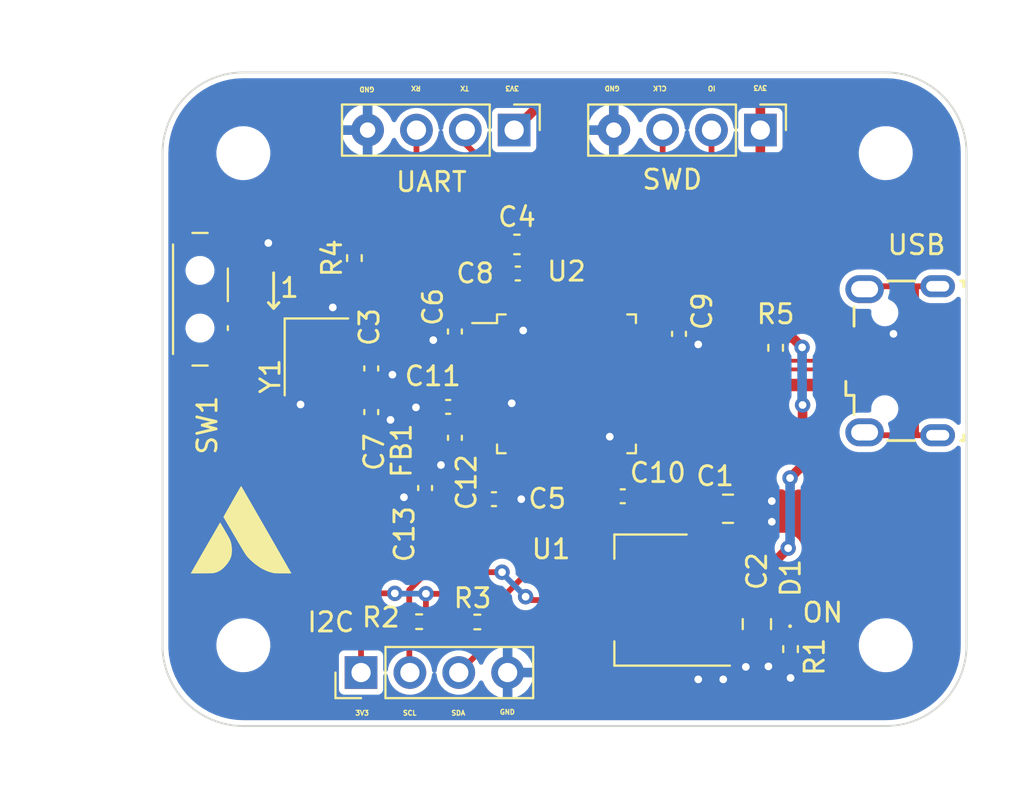
<source format=kicad_pcb>
(kicad_pcb (version 20211014) (generator pcbnew)
  (layers (0 "F.Cu" power) (31 "B.Cu" power) (34 "B.Paste" user) (35 "F.Paste" user) (36 "B.SilkS" user "B.Silkscreen") (37 "F.SilkS" user "F.Silkscreen") (38 "B.Mask" user) (39 "F.Mask" user) (44 "Edge.Cuts" user))
  (net 0 "")
  (net 1 "VBUS")
  (net 2 "GND")
  (net 3 "+3.3V")
  (net 4 "/HSE_IN")
  (net 5 "/NRST")
  (net 6 "/HSE_OUT")
  (net 7 "+3.3VA")
  (net 8 "/PWR_LED_K")
  (net 9 "/USART1_TX")
  (net 10 "/USART1_RX")
  (net 11 "/I2C2_SCL")
  (net 12 "/I2C2_SDA")
  (net 13 "/SWDIO")
  (net 14 "/SWCLK")
  (net 15 "/USB_D-")
  (net 16 "/USB_D+")
  (net 18 "unconnected-(J4-Pad6)")
  (net 19 "Net-(R4-Pad1)")
  (net 20 "/BOOT0")
  (net 48 "/Ferrite_cap")
  (footprint "Resistor_SMD:R_0402_1005Metric" (layer "F.Cu") (at 94.89 94.975 180)
    (fp_text reference "R2" (at 1.99 0.225) (layer "F.SilkS"))
    (fp_text value "1k5")
    (pad "1" smd roundrect (at -0.51 0 180) (size 0.54 0.64) (layers "F.Cu" "F.Paste" "F.Mask") (net 3 "+3.3V"))
    (pad "2" smd roundrect (at 0.51 0 180) (size 0.54 0.64) (layers "F.Cu" "F.Paste" "F.Mask") (net 11 "/I2C2_SCL"))
  )
  (footprint "Crystal:Crystal_SMD_3225-4Pin_3.2x2.5mm" (layer "F.Cu") (at 89.55 81.2 -90)
    (fp_text reference "Y1" (at 1 2.4 90) (layer "F.SilkS"))
    (fp_text value "16MHz")
    (pad "1" smd rect (at -1.1 0.85 270) (size 1.4 1.2) (layers "F.Cu" "F.Paste" "F.Mask") (net 4 "/HSE_IN"))
    (pad "2" smd rect (at 1.1 0.85 270) (size 1.4 1.2) (layers "F.Cu" "F.Paste" "F.Mask") (net 2 "GND"))
    (pad "3" smd rect (at 1.1 -0.85 270) (size 1.4 1.2) (layers "F.Cu" "F.Paste" "F.Mask") (net 6 "/HSE_OUT"))
    (pad "4" smd rect (at -1.1 -0.85 270) (size 1.4 1.2) (layers "F.Cu" "F.Paste" "F.Mask") (net 2 "GND"))
  )
  (footprint "Capacitor_SMD:C_0402_1005Metric" (layer "F.Cu") (at 96.75 85.41 -90)
    (fp_text reference "C12" (at 2.315 -0.6 90) (layer "F.SilkS"))
    (fp_text value "1u")
    (pad "1" smd roundrect (at -0.48 0 270) (size 0.56 0.62) (layers "F.Cu" "F.Paste" "F.Mask") (net 7 "+3.3VA"))
    (pad "2" smd roundrect (at 0.48 0 270) (size 0.56 0.62) (layers "F.Cu" "F.Paste" "F.Mask") (net 2 "GND"))
  )
  (footprint "Connector_PinHeader_2.54mm:PinHeader_1x04_P2.54mm_Vertical" (layer "F.Cu") (at 112.63 69.4 -90)
    (fp_text reference "J3")
    (fp_text value "Conn_01x04_Male")
    (pad "1" thru_hole rect (at 0 0 270) (size 1.7 1.7) (drill 1) (layers *.Cu *.Mask) (net 3 "+3.3V"))
    (pad "2" thru_hole oval (at 0 2.54 270) (size 1.7 1.7) (drill 1) (layers *.Cu *.Mask) (net 13 "/SWDIO"))
    (pad "3" thru_hole oval (at 0 5.08 270) (size 1.7 1.7) (drill 1) (layers *.Cu *.Mask) (net 14 "/SWCLK"))
    (pad "4" thru_hole oval (at 0 7.62 270) (size 1.7 1.7) (drill 0.8) (layers *.Cu *.Mask) (net 2 "GND"))
  )
  (footprint "Capacitor_SMD:C_0402_1005Metric" (layer "F.Cu") (at 95.2 88.02 -90)
    (fp_text reference "C13" (at 2.405 1.075 90) (layer "F.SilkS"))
    (fp_text value "1u")
    (pad "1" smd roundrect (at -0.48 0 270) (size 0.56 0.62) (layers "F.Cu" "F.Paste" "F.Mask") (net 48 "/Ferrite_cap"))
    (pad "2" smd roundrect (at 0.48 0 270) (size 0.56 0.62) (layers "F.Cu" "F.Paste" "F.Mask") (net 2 "GND"))
  )
  (footprint "Capacitor_SMD:C_0402_1005Metric" (layer "F.Cu") (at 96.75 79.88 -90)
    (fp_text reference "C6" (at -1.28 1.15 -90) (layer "F.SilkS"))
    (fp_text value "100n")
    (pad "1" smd roundrect (at -0.48 0 270) (size 0.56 0.62) (layers "F.Cu" "F.Paste" "F.Mask") (net 3 "+3.3V"))
    (pad "2" smd roundrect (at 0.48 0 270) (size 0.56 0.62) (layers "F.Cu" "F.Paste" "F.Mask") (net 2 "GND"))
  )
  (footprint "Capacitor_SMD:C_0402_1005Metric" (layer "F.Cu") (at 98.78 88.6)
    (fp_text reference "C5" (at 2.77 -0.025) (layer "F.SilkS"))
    (fp_text value "100n")
    (pad "1" smd roundrect (at -0.48 0) (size 0.56 0.62) (layers "F.Cu" "F.Paste" "F.Mask") (net 5 "/NRST"))
    (pad "2" smd roundrect (at 0.48 0) (size 0.56 0.62) (layers "F.Cu" "F.Paste" "F.Mask") (net 2 "GND"))
  )
  (footprint "Resistor_SMD:R_0402_1005Metric" (layer "F.Cu") (at 113.425 80.725 -90)
    (fp_text reference "R5" (at -1.75 0 180) (layer "F.SilkS"))
    (fp_text value "1k5")
    (pad "1" smd roundrect (at -0.51 0 270) (size 0.54 0.64) (layers "F.Cu" "F.Paste" "F.Mask") (net 3 "+3.3V"))
    (pad "2" smd roundrect (at 0.51 0 270) (size 0.54 0.64) (layers "F.Cu" "F.Paste" "F.Mask") (net 16 "/USB_D+"))
  )
  (footprint "LOGO" (layer "F.Cu") (at 86 91.6)
    (fp_text reference "G***")
    (fp_text value "LOGO" hide)
  )
  (footprint "Resistor_SMD:R_0402_1005Metric" (layer "F.Cu") (at 97.915 94.99)
    (fp_text reference "R3" (at -0.25 -1.24) (layer "F.SilkS"))
    (fp_text value "1k5")
    (pad "1" smd roundrect (at -0.51 0) (size 0.54 0.64) (layers "F.Cu" "F.Paste" "F.Mask") (net 3 "+3.3V"))
    (pad "2" smd roundrect (at 0.51 0) (size 0.54 0.64) (layers "F.Cu" "F.Paste" "F.Mask") (net 12 "/I2C2_SDA"))
  )
  (footprint "MountingHole:MountingHole_2.2mm_M2" (layer "F.Cu") (at 85.75 70.6)
    (fp_text reference "H1")
    (fp_text value "MountingHole")
    (pad "" np_thru_hole circle (at 0 0) (size 2.2 2.2) (drill 2.2) (layers *.Cu *.Mask))
  )
  (footprint "MountingHole:MountingHole_2.2mm_M2" (layer "F.Cu") (at 85.75 96.2)
    (fp_text reference "H3")
    (fp_text value "MountingHole")
    (pad "" np_thru_hole circle (at 0 0) (size 2.2 2.2) (drill 2.2) (layers *.Cu *.Mask))
  )
  (footprint "Capacitor_SMD:C_0603_1608Metric" (layer "F.Cu") (at 99.975 75.35)
    (fp_text reference "C4" (at 0 -1.43) (layer "F.SilkS"))
    (fp_text value "10u")
    (pad "1" smd roundrect (at -0.775 0) (size 0.9 0.95) (layers "F.Cu" "F.Paste" "F.Mask") (net 3 "+3.3V"))
    (pad "2" smd roundrect (at 0.775 0) (size 0.9 0.95) (layers "F.Cu" "F.Paste" "F.Mask") (net 2 "GND"))
  )
  (footprint "Resistor_SMD:R_0402_1005Metric" (layer "F.Cu") (at 91.525 76.06 90)
    (fp_text reference "R4" (at 0 -1.17 90) (layer "F.SilkS"))
    (fp_text value "10k")
    (pad "1" smd roundrect (at -0.51 0 90) (size 0.54 0.64) (layers "F.Cu" "F.Paste" "F.Mask") (net 19 "Net-(R4-Pad1)"))
    (pad "2" smd roundrect (at 0.51 0 90) (size 0.54 0.64) (layers "F.Cu" "F.Paste" "F.Mask") (net 20 "/BOOT0"))
  )
  (footprint "Capacitor_SMD:C_0402_1005Metric" (layer "F.Cu") (at 105.475 88.45 180)
    (fp_text reference "C10" (at -1.825 1.225) (layer "F.SilkS"))
    (fp_text value "100n")
    (pad "1" smd roundrect (at -0.48 0 180) (size 0.56 0.62) (layers "F.Cu" "F.Paste" "F.Mask") (net 3 "+3.3V"))
    (pad "2" smd roundrect (at 0.48 0 180) (size 0.56 0.62) (layers "F.Cu" "F.Paste" "F.Mask") (net 2 "GND"))
  )
  (footprint "Capacitor_SMD:C_0402_1005Metric" (layer "F.Cu") (at 92.4 84.07 -90)
    (fp_text reference "C7" (at 2.08 -0.15 90) (layer "F.SilkS"))
    (fp_text value "10p")
    (pad "1" smd roundrect (at -0.48 0 270) (size 0.56 0.62) (layers "F.Cu" "F.Paste" "F.Mask") (net 6 "/HSE_OUT"))
    (pad "2" smd roundrect (at 0.48 0 270) (size 0.56 0.62) (layers "F.Cu" "F.Paste" "F.Mask") (net 2 "GND"))
  )
  (footprint "Capacitor_SMD:C_0805_2012Metric" (layer "F.Cu") (at 112.45 95.1 -90)
    (fp_text reference "C2" (at -2.75 0 90) (layer "F.SilkS"))
    (fp_text value "22u")
    (pad "1" smd roundrect (at -0.95 0 270) (size 1 1.45) (layers "F.Cu" "F.Paste" "F.Mask") (net 3 "+3.3V"))
    (pad "2" smd roundrect (at 0.95 0 270) (size 1 1.45) (layers "F.Cu" "F.Paste" "F.Mask") (net 2 "GND"))
  )
  (footprint "LED_SMD:LED_0201_0603Metric" (layer "F.Cu") (at 114.175 94.35 90)
    (fp_text reference "D1" (at 1.65 0.025 90) (layer "F.SilkS"))
    (fp_text value "RED")
    (pad "1" smd roundrect (at -0.32 0 90) (size 0.46 0.4) (layers "F.Cu" "F.Mask") (net 8 "/PWR_LED_K"))
    (pad "2" smd roundrect (at 0.35 0 90) (size 0.46 0.4) (layers "F.Cu" "F.Mask") (net 3 "+3.3V"))
  )
  (footprint "Resistor_SMD:R_0402_1005Metric" (layer "F.Cu") (at 114.2 96.4 -90)
    (fp_text reference "R1" (at 0.4 -1.25 90) (layer "F.SilkS"))
    (fp_text value "1k5")
    (pad "1" smd roundrect (at -0.51 0 270) (size 0.54 0.64) (layers "F.Cu" "F.Paste" "F.Mask") (net 8 "/PWR_LED_K"))
    (pad "2" smd roundrect (at 0.51 0 270) (size 0.54 0.64) (layers "F.Cu" "F.Paste" "F.Mask") (net 2 "GND"))
  )
  (footprint "Capacitor_SMD:C_0402_1005Metric" (layer "F.Cu") (at 100.02 76.86)
    (fp_text reference "C8" (at -2.22 -0.01) (layer "F.SilkS"))
    (fp_text value "100n")
    (pad "1" smd roundrect (at -0.48 0) (size 0.56 0.62) (layers "F.Cu" "F.Paste" "F.Mask") (net 3 "+3.3V"))
    (pad "2" smd roundrect (at 0.48 0) (size 0.56 0.62) (layers "F.Cu" "F.Paste" "F.Mask") (net 2 "GND"))
  )
  (footprint "Capacitor_SMD:C_0402_1005Metric" (layer "F.Cu") (at 96.4 83.8 180)
    (fp_text reference "C11" (at 0.8 1.6) (layer "F.SilkS"))
    (fp_text value "10n")
    (pad "1" smd roundrect (at -0.48 0 180) (size 0.56 0.62) (layers "F.Cu" "F.Paste" "F.Mask") (net 7 "+3.3VA"))
    (pad "2" smd roundrect (at 0.48 0 180) (size 0.56 0.62) (layers "F.Cu" "F.Paste" "F.Mask") (net 2 "GND"))
  )
  (footprint "Button_Switch_SMD:SW_SPDT_PCM12" (layer "F.Cu") (at 83.825 78.2 -90)
    (fp_text reference "SW1" (at 6.55 -0.05 90) (layer "F.SilkS"))
    (fp_text value "SW_SPDT")
    (pad "" smd rect (at -3.65 -0.78 270) (size 1 0.8) (layers "F.Cu" "F.Paste" "F.Mask"))
    (pad "" np_thru_hole circle (at -1.5 0.33 270) (size 0.9 0.9) (drill 0.9) (layers *.Cu *.Mask))
    (pad "" smd rect (at -3.65 1.43 270) (size 1 0.8) (layers "F.Cu" "F.Paste" "F.Mask"))
    (pad "" np_thru_hole circle (at 1.5 0.33 270) (size 0.9 0.9) (drill 0.9) (layers *.Cu *.Mask))
    (pad "" smd rect (at 3.65 1.43 270) (size 1 0.8) (layers "F.Cu" "F.Paste" "F.Mask"))
    (pad "" smd rect (at 3.65 -0.78 270) (size 1 0.8) (layers "F.Cu" "F.Paste" "F.Mask"))
    (pad "1" smd rect (at -2.25 -1.43 270) (size 0.7 1.5) (layers "F.Cu" "F.Paste" "F.Mask") (net 2 "GND"))
    (pad "2" smd rect (at 0.75 -1.43 270) (size 0.7 1.5) (layers "F.Cu" "F.Paste" "F.Mask") (net 19 "Net-(R4-Pad1)"))
    (pad "3" smd rect (at 2.25 -1.43 270) (size 0.7 1.5) (layers "F.Cu" "F.Paste" "F.Mask") (net 3 "+3.3V"))
  )
  (footprint "Connector_USB:USB_Micro-B_Wuerth_629105150521" (layer "F.Cu") (at 119.9 81.4 90)
    (fp_text reference "J4")
    (fp_text value "USB_B_Micro")
    (pad "" np_thru_hole oval (at -2.5 -0.8 90) (size 0.8 0.8) (drill 0.8) (layers *.Cu *.Mask))
    (pad "" np_thru_hole oval (at 2.5 -0.8 90) (size 0.8 0.8) (drill 0.8) (layers *.Cu *.Mask))
    (pad "1" smd rect (at -1.3 -1.9 90) (size 0.45 1.3) (layers "F.Cu" "F.Paste" "F.Mask") (net 1 "VBUS"))
    (pad "2" smd rect (at -0.65 -1.9 90) (size 0.45 1.3) (layers "F.Cu" "F.Paste" "F.Mask") (net 15 "/USB_D-"))
    (pad "3" smd rect (at 0 -1.9 90) (size 0.45 1.3) (layers "F.Cu" "F.Paste" "F.Mask") (net 16 "/USB_D+"))
    (pad "4" smd rect (at 0.65 -1.9 90) (size 0.45 1.3) (layers "F.Cu" "F.Paste" "F.Mask"))
    (pad "5" smd rect (at 1.3 -1.9 90) (size 0.45 1.3) (layers "F.Cu" "F.Paste" "F.Mask") (net 2 "GND"))
    (pad "6" thru_hole oval (at -3.875 1.95 90) (size 1.15 1.8) (drill oval 0.55 1.2) (layers *.Cu *.Mask) (net 18 "unconnected-(J4-Pad6)"))
    (pad "6" thru_hole oval (at 3.725 -1.85 90) (size 1.45 2) (drill oval 0.85 1.4) (layers *.Cu *.Mask) (net 18 "unconnected-(J4-Pad6)"))
    (pad "6" thru_hole oval (at 3.875 1.95 90) (size 1.15 1.8) (drill oval 0.55 1.2) (layers *.Cu *.Mask) (net 18 "unconnected-(J4-Pad6)"))
    (pad "6" thru_hole oval (at -3.725 -1.85 90) (size 1.45 2) (drill oval 0.85 1.4) (layers *.Cu *.Mask) (net 18 "unconnected-(J4-Pad6)"))
  )
  (footprint "Capacitor_SMD:C_0402_1005Metric" (layer "F.Cu") (at 108.4 80 -90)
    (fp_text reference "C9" (at -1.175 -1.2 90) (layer "F.SilkS"))
    (fp_text value "100n")
    (pad "1" smd roundrect (at -0.48 0 270) (size 0.56 0.62) (layers "F.Cu" "F.Paste" "F.Mask") (net 3 "+3.3V"))
    (pad "2" smd roundrect (at 0.48 0 270) (size 0.56 0.62) (layers "F.Cu" "F.Paste" "F.Mask") (net 2 "GND"))
  )
  (footprint "Connector_PinHeader_2.54mm:PinHeader_1x04_P2.54mm_Vertical" (layer "F.Cu") (at 99.83 69.4 -90)
    (fp_text reference "J1")
    (fp_text value "Conn_01x04_Male")
    (pad "1" thru_hole rect (at 0 0 270) (size 1.7 1.7) (drill 1) (layers *.Cu *.Mask) (net 3 "+3.3V"))
    (pad "2" thru_hole oval (at 0 2.54 270) (size 1.7 1.7) (drill 1) (layers *.Cu *.Mask) (net 9 "/USART1_TX"))
    (pad "3" thru_hole oval (at 0 5.08 270) (size 1.7 1.7) (drill 1) (layers *.Cu *.Mask) (net 10 "/USART1_RX"))
    (pad "4" thru_hole oval (at 0 7.62 270) (size 1.7 1.7) (drill 0.8) (layers *.Cu *.Mask) (net 2 "GND"))
  )
  (footprint "MountingHole:MountingHole_2.2mm_M2" (layer "F.Cu") (at 119.15 70.6)
    (fp_text reference "H2")
    (fp_text value "MountingHole")
    (pad "" np_thru_hole circle (at 0 0) (size 2.2 2.2) (drill 2.2) (layers *.Cu *.Mask))
  )
  (footprint "Connector_PinHeader_2.54mm:PinHeader_1x04_P2.54mm_Vertical" (layer "F.Cu") (at 91.87 97.62 90)
    (fp_text reference "J2")
    (fp_text value "Conn_01x04_Male")
    (pad "1" thru_hole rect (at 0 0 90) (size 1.7 1.7) (drill 1) (layers *.Cu *.Mask) (net 3 "+3.3V"))
    (pad "2" thru_hole oval (at 0 2.54 90) (size 1.7 1.7) (drill 1) (layers *.Cu *.Mask) (net 11 "/I2C2_SCL"))
    (pad "3" thru_hole oval (at 0 5.08 90) (size 1.7 1.7) (drill 1) (layers *.Cu *.Mask) (net 12 "/I2C2_SDA"))
    (pad "4" thru_hole oval (at 0 7.62 90) (size 1.7 1.7) (drill 1) (layers *.Cu *.Mask) (net 2 "GND"))
  )
  (footprint "Capacitor_SMD:C_0805_2012Metric" (layer "F.Cu") (at 110.95 89.1)
    (fp_text reference "C1" (at -0.675 -1.7) (layer "F.SilkS"))
    (fp_text value "22u")
    (pad "1" smd roundrect (at -0.95 0) (size 1 1.45) (layers "F.Cu" "F.Paste" "F.Mask") (net 1 "VBUS"))
    (pad "2" smd roundrect (at 0.95 0) (size 1 1.45) (layers "F.Cu" "F.Paste" "F.Mask") (net 2 "GND"))
  )
  (footprint "Package_TO_SOT_SMD:SOT-223-3_TabPin2" (layer "F.Cu") (at 106.95 93.85 180)
    (fp_text reference "U1" (at 5.2 2.65) (layer "F.SilkS"))
    (fp_text value "AMS1117-3.3")
    (pad "1" smd rect (at -3.15 -2.3 180) (size 2 1.5) (layers "F.Cu" "F.Paste" "F.Mask") (net 2 "GND"))
    (pad "2" smd rect (at 3.15 0 180) (size 2 3.8) (layers "F.Cu" "F.Paste" "F.Mask") (net 3 "+3.3V"))
    (pad "2" smd rect (at -3.15 0 180) (size 2 1.5) (layers "F.Cu" "F.Paste" "F.Mask") (net 3 "+3.3V"))
    (pad "3" smd rect (at -3.15 2.3 180) (size 2 1.5) (layers "F.Cu" "F.Paste" "F.Mask") (net 1 "VBUS"))
  )
  (footprint "MountingHole:MountingHole_2.2mm_M2" (layer "F.Cu") (at 119.15 96.2)
    (fp_text reference "H4")
    (fp_text value "MountingHole")
    (pad "" np_thru_hole circle (at 0 0) (size 2.2 2.2) (drill 2.2) (layers *.Cu *.Mask))
  )
  (footprint "Capacitor_SMD:C_0402_1005Metric" (layer "F.Cu") (at 92.4 81.8 -90)
    (fp_text reference "C3" (at -2.15 0.1 90) (layer "F.SilkS"))
    (fp_text value "10p")
    (pad "1" smd roundrect (at -0.48 0 270) (size 0.56 0.62) (layers "F.Cu" "F.Paste" "F.Mask") (net 4 "/HSE_IN"))
    (pad "2" smd roundrect (at 0.48 0 270) (size 0.56 0.62) (layers "F.Cu" "F.Paste" "F.Mask") (net 2 "GND"))
  )
  (footprint "Inductor_SMD:L_0201_0603Metric" (layer "F.Cu") (at 95.2 86 -90)
    (fp_text reference "FB1" (at 0.075 1.225 90) (layer "F.SilkS"))
    (fp_text value "120R")
    (pad "1" smd roundrect (at -0.35 0 270) (size 0.46 0.4) (layers "F.Cu" "F.Mask") (net 7 "+3.3VA"))
    (pad "2" smd roundrect (at 0.32 0 270) (size 0.46 0.4) (layers "F.Cu" "F.Mask") (net 48 "/Ferrite_cap"))
  )
  (footprint "Package_QFP:LQFP-48_7x7mm_P0.5mm" (layer "F.Cu") (at 102.55 82.6)
    (fp_text reference "U2" (at 0 -5.85) (layer "F.SilkS"))
    (fp_text value "STM32F103C8T6")
    (pad "1" smd roundrect (at -4.1625 -2.75) (size 1.475 0.3) (layers "F.Cu" "F.Paste" "F.Mask") (net 3 "+3.3V"))
    (pad "2" smd roundrect (at -4.1625 -2.25) (size 1.475 0.3) (layers "F.Cu" "F.Paste" "F.Mask"))
    (pad "3" smd roundrect (at -4.1625 -1.75) (size 1.475 0.3) (layers "F.Cu" "F.Paste" "F.Mask"))
    (pad "4" smd roundrect (at -4.1625 -1.25) (size 1.475 0.3) (layers "F.Cu" "F.Paste" "F.Mask"))
    (pad "5" smd roundrect (at -4.1625 -0.75) (size 1.475 0.3) (layers "F.Cu" "F.Paste" "F.Mask") (net 4 "/HSE_IN"))
    (pad "6" smd roundrect (at -4.1625 -0.25) (size 1.475 0.3) (layers "F.Cu" "F.Paste" "F.Mask") (net 6 "/HSE_OUT"))
    (pad "7" smd roundrect (at -4.1625 0.25) (size 1.475 0.3) (layers "F.Cu" "F.Paste" "F.Mask") (net 5 "/NRST"))
    (pad "8" smd roundrect (at -4.1625 0.75) (size 1.475 0.3) (layers "F.Cu" "F.Paste" "F.Mask") (net 2 "GND"))
    (pad "9" smd roundrect (at -4.1625 1.25) (size 1.475 0.3) (layers "F.Cu" "F.Paste" "F.Mask") (net 7 "+3.3VA"))
    (pad "10" smd roundrect (at -4.1625 1.75) (size 1.475 0.3) (layers "F.Cu" "F.Paste" "F.Mask"))
    (pad "11" smd roundrect (at -4.1625 2.25) (size 1.475 0.3) (layers "F.Cu" "F.Paste" "F.Mask"))
    (pad "12" smd roundrect (at -4.1625 2.75) (size 1.475 0.3) (layers "F.Cu" "F.Paste" "F.Mask"))
    (pad "13" smd roundrect (at -2.75 4.1625) (size 0.3 1.475) (layers "F.Cu" "F.Paste" "F.Mask"))
    (pad "14" smd roundrect (at -2.25 4.1625) (size 0.3 1.475) (layers "F.Cu" "F.Paste" "F.Mask"))
    (pad "15" smd roundrect (at -1.75 4.1625) (size 0.3 1.475) (layers "F.Cu" "F.Paste" "F.Mask"))
    (pad "16" smd roundrect (at -1.25 4.1625) (size 0.3 1.475) (layers "F.Cu" "F.Paste" "F.Mask"))
    (pad "17" smd roundrect (at -0.75 4.1625) (size 0.3 1.475) (layers "F.Cu" "F.Paste" "F.Mask"))
    (pad "18" smd roundrect (at -0.25 4.1625) (size 0.3 1.475) (layers "F.Cu" "F.Paste" "F.Mask"))
    (pad "19" smd roundrect (at 0.25 4.1625) (size 0.3 1.475) (layers "F.Cu" "F.Paste" "F.Mask"))
    (pad "20" smd roundrect (at 0.75 4.1625) (size 0.3 1.475) (layers "F.Cu" "F.Paste" "F.Mask"))
    (pad "21" smd roundrect (at 1.25 4.1625) (size 0.3 1.475) (layers "F.Cu" "F.Paste" "F.Mask") (net 11 "/I2C2_SCL"))
    (pad "22" smd roundrect (at 1.75 4.1625) (size 0.3 1.475) (layers "F.Cu" "F.Paste" "F.Mask") (net 12 "/I2C2_SDA"))
    (pad "23" smd roundrect (at 2.25 4.1625) (size 0.3 1.475) (layers "F.Cu" "F.Paste" "F.Mask") (net 2 "GND"))
    (pad "24" smd roundrect (at 2.75 4.1625) (size 0.3 1.475) (layers "F.Cu" "F.Paste" "F.Mask") (net 3 "+3.3V"))
    (pad "25" smd roundrect (at 4.1625 2.75) (size 1.475 0.3) (layers "F.Cu" "F.Paste" "F.Mask"))
    (pad "26" smd roundrect (at 4.1625 2.25) (size 1.475 0.3) (layers "F.Cu" "F.Paste" "F.Mask"))
    (pad "27" smd roundrect (at 4.1625 1.75) (size 1.475 0.3) (layers "F.Cu" "F.Paste" "F.Mask"))
    (pad "28" smd roundrect (at 4.1625 1.25) (size 1.475 0.3) (layers "F.Cu" "F.Paste" "F.Mask"))
    (pad "29" smd roundrect (at 4.1625 0.75) (size 1.475 0.3) (layers "F.Cu" "F.Paste" "F.Mask"))
    (pad "30" smd roundrect (at 4.1625 0.25) (size 1.475 0.3) (layers "F.Cu" "F.Paste" "F.Mask"))
    (pad "31" smd roundrect (at 4.1625 -0.25) (size 1.475 0.3) (layers "F.Cu" "F.Paste" "F.Mask"))
    (pad "32" smd roundrect (at 4.1625 -0.75) (size 1.475 0.3) (layers "F.Cu" "F.Paste" "F.Mask") (net 15 "/USB_D-"))
    (pad "33" smd roundrect (at 4.1625 -1.25) (size 1.475 0.3) (layers "F.Cu" "F.Paste" "F.Mask") (net 16 "/USB_D+"))
    (pad "34" smd roundrect (at 4.1625 -1.75) (size 1.475 0.3) (layers "F.Cu" "F.Paste" "F.Mask") (net 13 "/SWDIO"))
    (pad "35" smd roundrect (at 4.1625 -2.25) (size 1.475 0.3) (layers "F.Cu" "F.Paste" "F.Mask") (net 2 "GND"))
    (pad "36" smd roundrect (at 4.1625 -2.75) (size 1.475 0.3) (layers "F.Cu" "F.Paste" "F.Mask") (net 3 "+3.3V"))
    (pad "37" smd roundrect (at 2.75 -4.1625) (size 0.3 1.475) (layers "F.Cu" "F.Paste" "F.Mask") (net 14 "/SWCLK"))
    (pad "38" smd roundrect (at 2.25 -4.1625) (size 0.3 1.475) (layers "F.Cu" "F.Paste" "F.Mask"))
    (pad "39" smd roundrect (at 1.75 -4.1625) (size 0.3 1.475) (layers "F.Cu" "F.Paste" "F.Mask"))
    (pad "40" smd roundrect (at 1.25 -4.1625) (size 0.3 1.475) (layers "F.Cu" "F.Paste" "F.Mask"))
    (pad "41" smd roundrect (at 0.75 -4.1625) (size 0.3 1.475) (layers "F.Cu" "F.Paste" "F.Mask"))
    (pad "42" smd roundrect (at 0.25 -4.1625) (size 0.3 1.475) (layers "F.Cu" "F.Paste" "F.Mask") (net 9 "/USART1_TX"))
    (pad "43" smd roundrect (at -0.25 -4.1625) (size 0.3 1.475) (layers "F.Cu" "F.Paste" "F.Mask") (net 10 "/USART1_RX"))
    (pad "44" smd roundrect (at -0.75 -4.1625) (size 0.3 1.475) (layers "F.Cu" "F.Paste" "F.Mask") (net 20 "/BOOT0"))
    (pad "45" smd roundrect (at -1.25 -4.1625) (size 0.3 1.475) (layers "F.Cu" "F.Paste" "F.Mask"))
    (pad "46" smd roundrect (at -1.75 -4.1625) (size 0.3 1.475) (layers "F.Cu" "F.Paste" "F.Mask"))
    (pad "47" smd roundrect (at -2.25 -4.1625) (size 0.3 1.475) (layers "F.Cu" "F.Paste" "F.Mask") (net 2 "GND"))
    (pad "48" smd roundrect (at -2.75 -4.1625) (size 0.3 1.475) (layers "F.Cu" "F.Paste" "F.Mask") (net 3 "+3.3V"))
  )
  (gr_line (start 87.325 76.825) (end 87.325 78.675) (layer "F.SilkS") (width 0.15))
  (gr_line (start 87.325 78.675) (end 87.6 78.375) (layer "F.SilkS") (width 0.15))
  (gr_line (start 87.325 78.675) (end 87.05 78.375) (layer "F.SilkS") (width 0.15))
  (gr_line (start 85.75 66.4) (end 119.15 66.4) (layer "Edge.Cuts") (width 0.1))
  (gr_arc (start 81.55 70.6) (mid 82.780152 67.630152) (end 85.75 66.4) (layer "Edge.Cuts") (width 0.1))
  (gr_line (start 85.745246 100.400226) (end 119.15 100.4) (layer "Edge.Cuts") (width 0.1))
  (gr_arc (start 119.15 66.4) (mid 122.119848 67.630152) (end 123.35 70.6) (layer "Edge.Cuts") (width 0.1))
  (gr_arc (start 123.35 96.2) (mid 122.119848 99.169848) (end 119.15 100.4) (layer "Edge.Cuts") (width 0.1))
  (gr_line (start 81.55 96.4) (end 81.55 70.6) (layer "Edge.Cuts") (width 0.1))
  (gr_arc (start 85.745246 100.400226) (mid 82.846889 99.239885) (end 81.55 96.4) (layer "Edge.Cuts") (width 0.1))
  (gr_line (start 123.35 70.6) (end 123.35 96.2) (layer "Edge.Cuts") (width 0.1))
  (gr_text "ON" (at 115.875 94.5) (layer "F.SilkS") (effects (font (size 1 1))))
  (gr_text "USB" (at 120.75 75.375) (layer "F.SilkS") (effects (font (size 1 1))))
  (gr_text "1" (at 88.15 77.6) (layer "F.SilkS") (effects (font (size 1 1))))
  (gr_text "RX\n" (at 94.725 67.225 180) (layer "F.SilkS") (effects (font (size 0.25 0.25) (thickness 0.0625))))
  (gr_text "GND\n" (at 92.175 67.275 180) (layer "F.SilkS") (effects (font (size 0.25 0.25) (thickness 0.0625))))
  (gr_text "IO" (at 110.1 67.225 180) (layer "F.SilkS") (effects (font (size 0.25 0.25) (thickness 0.0625))))
  (gr_text "SDA\n" (at 96.925 99.725) (layer "F.SilkS") (effects (font (size 0.25 0.25) (thickness 0.0625))))
  (gr_text "CLK\n" (at 107.4 67.225 180) (layer "F.SilkS") (effects (font (size 0.25 0.25) (thickness 0.0625))))
  (gr_text "3V3" (at 99.725 67.225 180) (layer "F.SilkS") (effects (font (size 0.25 0.25) (thickness 0.0625))))
  (gr_text "UART\n" (at 95.525 72.1) (layer "F.SilkS") (effects (font (size 1 1))))
  (gr_text "GND\n" (at 99.475 99.675) (layer "F.SilkS") (effects (font (size 0.25 0.25) (thickness 0.0625))))
  (gr_text "I2C" (at 90.3 95) (layer "F.SilkS") (effects (font (size 1 1))))
  (gr_text "3V3" (at 112.625 67.2 180) (layer "F.SilkS") (effects (font (size 0.25 0.25) (thickness 0.0625))))
  (gr_text "TX" (at 97.25 67.225 180) (layer "F.SilkS") (effects (font (size 0.25 0.25) (thickness 0.0625))))
  (gr_text "3V3" (at 91.925 99.725) (layer "F.SilkS") (effects (font (size 0.25 0.25) (thickness 0.0625))))
  (gr_text "SCL" (at 94.4 99.725) (layer "F.SilkS") (effects (font (size 0.25 0.25) (thickness 0.0625))))
  (gr_text "GND\n" (at 104.925 67.225 180) (layer "F.SilkS") (effects (font (size 0.25 0.25) (thickness 0.0625))))
  (gr_text "SWD" (at 108.05 71.975) (layer "F.SilkS") (effects (font (size 1 1))))
  (segment (start 88.7 82.3) (end 88.7 83.65) (width 0.5) (layer "F.Cu") (net 2))
  (segment (start 93.4 84.475) (end 92.475 84.475) (width 0.5) (layer "F.Cu") (net 2))
  (segment (start 85.255 75.95) (end 86.375 75.95) (width 0.5) (layer "F.Cu") (net 2))
  (segment (start 100.3 77.5) (end 100.6 77.2) (width 0.3) (layer "F.Cu") (net 2))
  (segment (start 96.41 85.89) (end 96.05 86.25) (width 0.5) (layer "F.Cu") (net 2))
  (segment (start 95.66 80.36) (end 95.625 80.325) (width 0.5) (layer "F.Cu") (net 2))
  (segment (start 109.4 80.55) (end 108.47 80.55) (width 0.5) (layer "F.Cu") (net 2))
  (segment (start 108.47 80.55) (end 108.4 80.48) (width 0.5) (layer "F.Cu") (net 2))
  (segment (start 88.7 83.65) (end 88.725 83.675) (width 0.5) (layer "F.Cu") (net 2))
  (segment (start 92.475 84.475) (end 92.4 84.55) (width 0.5) (layer "F.Cu") (net 2))
  (segment (start 100.75 76.61) (end 100.5 76.86) (width 0.5) (layer "F.Cu") (net 2))
  (segment (start 94.725 83.825) (end 94.75 83.8) (width 0.5) (layer "F.Cu") (net 2))
  (segment (start 96.05 86.25) (end 96.025 86.275) (width 0.5) (layer "F.Cu") (net 2))
  (segment (start 104.8 86.7625) (end 104.8 88.255) (width 0.3) (layer "F.Cu") (net 2))
  (segment (start 98.3875 83.35) (end 99.442953 83.35) (width 0.3) (layer "F.Cu") (net 2))
  (segment (start 99.26 88.6) (end 100.2 88.6) (width 0.5) (layer "F.Cu") (net 2))
  (segment (start 94.75 83.8) (end 95.92 83.8) (width 0.5) (layer "F.Cu") (net 2))
  (segment (start 106.7125 80.35) (end 108.27 80.35) (width 0.3) (layer "F.Cu") (net 2))
  (segment (start 100.6 77.2) (end 100.6 76.96) (width 0.3) (layer "F.Cu") (net 2))
  (segment (start 104.8 88.255) (end 104.995 88.45) (width 0.3) (layer "F.Cu") (net 2))
  (segment (start 100.3 78.4375) (end 100.3 77.5) (width 0.3) (layer "F.Cu") (net 2))
  (segment (start 118 80.1) (end 118.1 80) (width 0.3) (layer "F.Cu") (net 2))
  (segment (start 118.1 80) (end 119.55 80) (width 0.3) (layer "F.Cu") (net 2))
  (segment (start 86.375 75.95) (end 87.05 75.275) (width 0.5) (layer "F.Cu") (net 2))
  (segment (start 99.442953 83.35) (end 99.704362 83.611409) (width 0.3) (layer "F.Cu") (net 2))
  (segment (start 100.75 75.35) (end 100.75 76.61) (width 0.5) (layer "F.Cu") (net 2))
  (segment (start 93.5 82.125) (end 92.555 82.125) (width 0.5) (layer "F.Cu") (net 2))
  (segment (start 100.3 78.4375) (end 100.3 79.825) (width 0.3) (layer "F.Cu") (net 2))
  (segment (start 90.4 80.1) (end 90.4 78.625) (width 0.5) (layer "F.Cu") (net 2))
  (segment (start 95.2 88.5) (end 94.1 88.5) (width 0.5) (layer "F.Cu") (net 2))
  (segment (start 108.27 80.35) (end 108.4 80.48) (width 0.3) (layer "F.Cu") (net 2))
  (segment (start 100.6 76.96) (end 100.5 76.86) (width 0.3) (layer "F.Cu") (net 2))
  (segment (start 96.025 86.275) (end 96.025 86.825) (width 0.5) (layer "F.Cu") (net 2))
  (segment (start 96.75 85.89) (end 96.41 85.89) (width 0.5) (layer "F.Cu") (net 2))
  (segment (start 104.8 86.7625) (end 104.8 85.35) (width 0.3) (layer "F.Cu") (net 2))
  (segment (start 96.75 80.36) (end 95.66 80.36) (width 0.5) (layer "F.Cu") (net 2))
  (segment (start 92.555 82.125) (end 92.4 82.28) (width 0.5) (layer "F.Cu") (net 2))
  (via (at 109.4 97.975) (size 0.8) (drill 0.4) (layers "F.Cu" "B.Cu") (net 2))
  (via (at 95.625 80.325) (size 0.8) (drill 0.4) (layers "F.Cu" "B.Cu") (net 2))
  (via (at 90.4 78.625) (size 0.8) (drill 0.4) (layers "F.Cu" "B.Cu") (net 2))
  (via (at 104.8 85.35) (size 0.8) (drill 0.4) (layers "F.Cu" "B.Cu") (net 2))
  (via (at 113.225 89.775) (size 0.8) (drill 0.4) (layers "F.Cu" "B.Cu") (net 2))
  (via (at 113.05 97.3) (size 0.8) (drill 0.4) (layers "F.Cu" "B.Cu") (net 2))
  (via (at 113.225 88.7) (size 0.8) (drill 0.4) (layers "F.Cu" "B.Cu") (net 2))
  (via (at 94.1 88.5) (size 0.8) (drill 0.4) (layers "F.Cu" "B.Cu") (net 2))
  (via (at 93.4 84.475) (size 0.8) (drill 0.4) (layers "F.Cu" "B.Cu") (net 2))
  (via (at 110.7 97.975) (size 0.8) (drill 0.4) (layers "F.Cu" "B.Cu") (net 2))
  (via (at 111.875 97.325) (size 0.8) (drill 0.4) (layers "F.Cu" "B.Cu") (net 2))
  (via (at 94.725 83.825) (size 0.8) (drill 0.4) (layers "F.Cu" "B.Cu") (net 2))
  (via (at 100.3 79.825) (size 0.8) (drill 0.4) (layers "F.Cu" "B.Cu") (net 2))
  (via (at 119.55 80) (size 0.8) (drill 0.4) (layers "F.Cu" "B.Cu") (net 2))
  (via (at 93.5 82.125) (size 0.8) (drill 0.4) (layers "F.Cu" "B.Cu") (net 2))
  (via (at 88.725 83.675) (size 0.8) (drill 0.4) (layers "F.Cu" "B.Cu") (net 2))
  (via (at 100.2 88.6) (size 0.8) (drill 0.4) (layers "F.Cu" "B.Cu") (net 2))
  (via (at 96.025 86.825) (size 0.8) (drill 0.4) (layers "F.Cu" "B.Cu") (net 2))
  (via (at 114.2 97.9) (size 0.8) (drill 0.4) (layers "F.Cu" "B.Cu") (net 2))
  (via (at 87.05 75.275) (size 0.8) (drill 0.4) (layers "F.Cu" "B.Cu") (net 2))
  (via (at 109.4 80.55) (size 0.8) (drill 0.4) (layers "F.Cu" "B.Cu") (net 2))
  (via (at 99.704362 83.611409) (size 0.8) (drill 0.4) (layers "F.Cu" "B.Cu") (net 2))
  (segment (start 112.45 93.2) (end 112.525 93.125) (width 0.3) (layer "F.Cu") (net 3))
  (segment (start 85.255 80.9) (end 87.875 83.52) (width 0.5) (layer "F.Cu") (net 3))
  (segment (start 105.3 87.175) (end 105.955 87.83) (width 0.3) (layer "F.Cu") (net 3))
  (segment (start 107.55 79.85) (end 107.88 79.52) (width 0.3) (layer "F.Cu") (net 3))
  (segment (start 105.955 89.345) (end 105.955 88.45) (width 0.3) (layer "F.Cu") (net 3))
  (segment (start 95.242477 94.817477) (end 95.4 94.975) (width 0.3) (layer "F.Cu") (net 3))
  (segment (start 85.255 80.45) (end 85.255 80.9) (width 0.5) (layer "F.Cu") (net 3))
  (segment (start 97.4 93.2) (end 97.4 93.525) (width 0.3) (layer "F.Cu") (net 3))
  (segment (start 113.125 92.1) (end 113.125 93.125) (width 0.5) (layer "F.Cu") (net 3))
  (segment (start 97.4 79.4) (end 96.75 79.4) (width 0.3) (layer "F.Cu") (net 3))
  (segment (start 112.63 69.4) (end 112.63 79.08) (width 0.5) (layer "F.Cu") (net 3))
  (segment (start 98.825 75.35) (end 96.25 77.925) (width 0.5) (layer "F.Cu") (net 3))
  (segment (start 107.88 79.52) (end 108.4 79.52) (width 0.3) (layer "F.Cu") (net 3))
  (segment (start 99.2 75.35) (end 98.825 75.35) (width 0.5) (layer "F.Cu") (net 3))
  (segment (start 113.425 80.215) (end 114.3145 80.215) (width 0.5) (layer "F.Cu") (net 3))
  (segment (start 97.4 94.985) (end 97.405 94.99) (width 0.3) (layer "F.Cu") (net 3))
  (segment (start 100.6 93.85) (end 103.8 93.85) (width 0.3) (layer "F.Cu") (net 3))
  (segment (start 114.3145 80.215) (end 114.8 80.7005) (width 0.5) (layer "F.Cu") (net 3))
  (segment (start 114.825 86.85) (end 114.175 87.5) (width 0.5) (layer "F.Cu") (net 3))
  (segment (start 96.75 78.425) (end 96.75 79.4) (width 0.5) (layer "F.Cu") (net 3))
  (segment (start 112.63 79.08) (end 108.84 79.08) (width 0.5) (layer "F.Cu") (net 3))
  (segment (start 99.2 75.35) (end 99.2 76.52) (width 0.5) (layer "F.Cu") (net 3))
  (segment (start 95.242477 93.517477) (end 95.242477 94.817477) (width 0.3) (layer "F.Cu") (net 3))
  (segment (start 112.63 68.155) (end 112.15 67.675) (width 0.5) (layer "F.Cu") (net 3))
  (segment (start 99.54 77.54) (end 99.54 76.86) (width 0.3) (layer "F.Cu") (net 3))
  (segment (start 112.525 93.125) (end 113.125 93.125) (width 0.3) (layer "F.Cu") (net 3))
  (segment (start 112.63 79.42) (end 113.425 80.215) (width 0.5) (layer "F.Cu") (net 3))
  (segment (start 112.45 94.15) (end 112.45 93.2) (width 0.3) (layer "F.Cu") (net 3))
  (segment (start 85.255 80.45) (end 85.5 80.45) (width 0.5) (layer "F.Cu") (net 3))
  (segment (start 112.15 67.675) (end 101.555 67.675) (width 0.5) (layer "F.Cu") (net 3))
  (segment (start 99.8 78.4375) (end 99.8 77.8) (width 0.3) (layer "F.Cu") (net 3))
  (segment (start 112.63 69.4) (end 112.63 68.155) (width 0.5) (layer "F.Cu") (net 3))
  (segment (start 114.175 94.03) (end 114.175 93.425) (width 0.3) (layer "F.Cu") (net 3))
  (segment (start 114.825 83.7) (end 114.825 86.85) (width 0.5) (layer "F.Cu") (net 3))
  (segment (start 91.85 93.9) (end 91.87 93.92) (width 0.3) (layer "F.Cu") (net 3))
  (segment (start 93.625 93.5) (end 92.25 93.5) (width 0.3) (layer "F.Cu") (net 3))
  (segment (start 98.3875 79.85) (end 97.85 79.85) (width 0.3) (layer "F.Cu") (net 3))
  (segment (start 99.2 76.52) (end 99.54 76.86) (width 0.5) (layer "F.Cu") (net 3))
  (segment (start 91.87 93.92) (end 91.87 97.62) (width 0.3) (layer "F.Cu") (net 3))
  (segment (start 96.25 77.925) (end 96.75 78.425) (width 0.5) (layer "F.Cu") (net 3))
  (segment (start 87.875 89.6) (end 92.0125 93.7375) (width 0.5) (layer "F.Cu") (net 3))
  (segment (start 97.85 79.85) (end 97.4 79.4) (width 0.3) (layer "F.Cu") (net 3))
  (segment (start 108.84 79.08) (end 108.4 79.52) (width 0.5) (layer "F.Cu") (net 3))
  (segment (start 100.425 93.675) (end 100.6 93.85) (width 0.3) (layer "F.Cu") (net 3))
  (segment (start 98.2 92.4) (end 97.4 93.2) (width 0.3) (layer "F.Cu") (net 3))
  (segment (start 87.875 83.52) (end 87.875 89.6) (width 0.5) (layer "F.Cu") (net 3))
  (segment (start 112.63 79.08) (end 112.63 79.42) (width 0.5) (layer "F.Cu") (net 3))
  (segment (start 114.175 93.425) (end 113.875 93.125) (width 0.3) (layer "F.Cu") (net 3))
  (segment (start 99.2 92.4) (end 98.2 92.4) (width 0.3) (layer "F.Cu") (net 3))
  (segment (start 103.8 93.85) (end 103.8 91.5) (width 0.3) (layer "F.Cu") (net 3))
  (segment (start 103.8 91.5) (end 105.955 89.345) (width 0.3) (layer "F.Cu") (net 3))
  (segment (start 95.25 93.525) (end 95.242477 93.517477) (width 0.3) (layer "F.Cu") (net 3))
  (segment (start 114.075 91.15) (end 113.125 92.1) (width 0.5) (layer "F.Cu") (net 3))
  (segment (start 88.35 77.6) (end 95.925 77.6) (width 0.5) (layer "F.Cu") (net 3))
  (segment (start 99.8 77.8) (end 99.54 77.54) (width 0.3) (layer "F.Cu") (net 3))
  (segment (start 85.5 80.45) (end 88.35 77.6) (width 0.5) (layer "F.Cu") (net 3))
  (segment (start 101.555 67.675) (end 99.83 69.4) (width 0.5) (layer "F.Cu") (net 3))
  (segment (start 95.925 77.6) (end 96.25 77.925) (width 0.5) (layer "F.Cu") (net 3))
  (segment (start 97.4 93.525) (end 97.4 94.985) (width 0.3) (layer "F.Cu") (net 3))
  (segment (start 97.4 93.525) (end 95.25 93.525) (width 0.3) (layer "F.Cu") (net 3))
  (segment (start 105.955 87.83) (end 105.955 88.45) (width 0.3) (layer "F.Cu") (net 3))
  (segment (start 105.3 86.7625) (end 105.3 87.175) (width 0.3) (layer "F.Cu") (net 3))
  (segment (start 92.25 93.5) (end 91.85 93.9) (width 0.3) (layer "F.Cu") (net 3))
  (segment (start 106.7125 79.85) (end 107.55 79.85) (width 0.3) (layer "F.Cu") (net 3))
  (segment (start 113.875 93.125) (end 113.125 93.125) (width 0.3) (layer "F.Cu") (net 3))
  (via (at 114.075 91.15) (size 0.8) (drill 0.4) (layers "F.Cu" "B.Cu") (net 3))
  (via (at 114.8 80.7005) (size 0.8) (drill 0.4) (layers "F.Cu" "B.Cu") (net 3))
  (via (at 95.242477 93.517477) (size 0.8) (drill 0.4) (layers "F.Cu" "B.Cu") (net 3))
  (via (at 99.2 92.4) (size 0.8) (drill 0.4) (layers "F.Cu" "B.Cu") (net 3))
  (via (at 93.625 93.5) (size 0.8) (drill 0.4) (layers "F.Cu" "B.Cu") (net 3))
  (via (at 114.825 83.7) (size 0.8) (drill 0.4) (layers "F.Cu" "B.Cu") (net 3))
  (via (at 114.175 87.5) (size 0.8) (drill 0.4) (layers "F.Cu" "B.Cu") (net 3))
  (via (at 100.425 93.675) (size 0.8) (drill 0.4) (layers "F.Cu" "B.Cu") (net 3))
  (segment (start 95.242477 93.517477) (end 93.642477 93.517477) (width 0.3) (layer "B.Cu") (net 3))
  (segment (start 100.425 93.675) (end 99.2 92.45) (width 0.3) (layer "B.Cu") (net 3))
  (segment (start 93.642477 93.517477) (end 93.625 93.5) (width 0.3) (layer "B.Cu") (net 3))
  (segment (start 114.175 91.05) (end 114.075 91.15) (width 0.5) (layer "B.Cu") (net 3))
  (segment (start 114.8 83.675) (end 114.8 80.7005) (width 0.5) (layer "B.Cu") (net 3))
  (segment (start 114.825 83.7) (end 114.8 83.675) (width 0.5) (layer "B.Cu") (net 3))
  (segment (start 114.175 87.5) (end 114.175 91.05) (width 0.5) (layer "B.Cu") (net 3))
  (segment (start 99.2 92.45) (end 99.2 92.4) (width 0.3) (layer "B.Cu") (net 3))
  (segment (start 92.4 81.32) (end 92.33 81.25) (width 0.3) (layer "F.Cu") (net 4))
  (segment (start 89.05 81.25) (end 88.7 80.9) (width 0.3) (layer "F.Cu") (net 4))
  (segment (start 96.72 81.32) (end 92.4 81.32) (width 0.3) (layer "F.Cu") (net 4))
  (segment (start 97.25 81.85) (end 96.72 81.32) (width 0.3) (layer "F.Cu") (net 4))
  (segment (start 98.3875 81.85) (end 97.25 81.85) (width 0.3) (layer "F.Cu") (net 4))
  (segment (start 92.33 81.25) (end 89.05 81.25) (width 0.3) (layer "F.Cu") (net 4))
  (segment (start 88.7 80.9) (end 88.7 80.1) (width 0.3) (layer "F.Cu") (net 4))
  (segment (start 98.3 86.776041) (end 98.3 88.6) (width 0.3) (layer "F.Cu") (net 5))
  (segment (start 101 84.076041) (end 98.3 86.776041) (width 0.3) (layer "F.Cu") (net 5))
  (segment (start 98.3875 82.85) (end 100.225 82.85) (width 0.3) (layer "F.Cu") (net 5))
  (segment (start 101 83.625) (end 101 84.076041) (width 0.3) (layer "F.Cu") (net 5))
  (segment (start 100.225 82.85) (end 101 83.625) (width 0.3) (layer "F.Cu") (net 5))
  (segment (start 93.66 82.94) (end 93 83.6) (width 0.3) (layer "F.Cu") (net 6))
  (segment (start 92.41 83.6) (end 92.4 83.59) (width 0.3) (layer "F.Cu") (net 6))
  (segment (start 93 83.6) (end 92.41 83.6) (width 0.3) (layer "F.Cu") (net 6))
  (segment (start 91.69 83.59) (end 90.4 82.3) (width 0.3) (layer "F.Cu") (net 6))
  (segment (start 92.4 83.59) (end 91.69 83.59) (width 0.3) (layer "F.Cu") (net 6))
  (segment (start 96.958959 82.94) (end 93.66 82.94) (width 0.3) (layer "F.Cu") (net 6))
  (segment (start 97.548959 82.35) (end 96.958959 82.94) (width 0.3) (layer "F.Cu") (net 6))
  (segment (start 98.3875 82.35) (end 97.548959 82.35) (width 0.3) (layer "F.Cu") (net 6))
  (segment (start 95.95 84.93) (end 95.2 85.68) (width 0.3) (layer "F.Cu") (net 7))
  (segment (start 96.75 84.93) (end 95.95 84.93) (width 0.3) (layer "F.Cu") (net 7))
  (segment (start 96.93 83.85) (end 96.88 83.8) (width 0.3) (layer "F.Cu") (net 7))
  (segment (start 98.3875 83.85) (end 96.93 83.85) (width 0.3) (layer "F.Cu") (net 7))
  (segment (start 96.88 83.8) (end 96.88 84.8) (width 0.3) (layer "F.Cu") (net 7))
  (segment (start 96.88 84.8) (end 96.75 84.93) (width 0.3) (layer "F.Cu") (net 7))
  (segment (start 114.175 95.865) (end 114.2 95.89) (width 0.3) (layer "F.Cu") (net 8))
  (segment (start 114.175 94.67) (end 114.175 95.865) (width 0.3) (layer "F.Cu") (net 8))
  (segment (start 104.125 76.225) (end 104.125 72.225) (width 0.3) (layer "F.Cu") (net 9))
  (segment (start 104.125 72.225) (end 102.8 70.9) (width 0.3) (layer "F.Cu") (net 9))
  (segment (start 98.075 70.9) (end 97.29 70.115) (width 0.3) (layer "F.Cu") (net 9))
  (segment (start 97.29 70.115) (end 97.29 69.4) (width 0.3) (layer "F.Cu") (net 9))
  (segment (start 102.8 77.55) (end 104.125 76.225) (width 0.3) (layer "F.Cu") (net 9))
  (segment (start 102.8 70.9) (end 98.075 70.9) (width 0.3) (layer "F.Cu") (net 9))
  (segment (start 102.8 78.4375) (end 102.8 77.55) (width 0.3) (layer "F.Cu") (net 9))
  (segment (start 103.075 72.8) (end 102.2 71.925) (width 0.3) (layer "F.Cu") (net 10))
  (segment (start 102.3 76.6) (end 103.075 75.825) (width 0.3) (layer "F.Cu") (net 10))
  (segment (start 102.3 78.4375) (end 102.3 76.6) (width 0.3) (layer "F.Cu") (net 10))
  (segment (start 95.65 71.925) (end 94.75 71.025) (width 0.3) (layer "F.Cu") (net 10))
  (segment (start 102.2 71.925) (end 95.65 71.925) (width 0.3) (layer "F.Cu") (net 10))
  (segment (start 103.075 75.825) (end 103.075 72.8) (width 0.3) (layer "F.Cu") (net 10))
  (segment (start 94.75 71.025) (end 94.75 69.4) (width 0.3) (layer "F.Cu") (net 10))
  (segment (start 103.8 87.825) (end 101.55 90.075) (width 0.3) (layer "F.Cu") (net 11))
  (segment (start 103.8 86.7625) (end 103.8 87.825) (width 0.3) (layer "F.Cu") (net 11))
  (segment (start 94.38 97.59) (end 94.41 97.62) (width 0.3) (layer "F.Cu") (net 11))
  (segment (start 94.375 94.97) (end 94.38 94.975) (width 0.3) (layer "F.Cu") (net 11))
  (segment (start 94.38 94.975) (end 94.38 97.59) (width 0.3) (layer "F.Cu") (net 11))
  (segment (start 101.55 90.075) (end 97.625 90.075) (width 0.3) (layer "F.Cu") (net 11))
  (segment (start 97.625 90.075) (end 94.375 93.325) (width 0.3) (layer "F.Cu") (net 11))
  (segment (start 94.375 93.325) (end 94.375 94.97) (width 0.3) (layer "F.Cu") (net 11))
  (segment (start 98.425 96.145) (end 96.95 97.62) (width 0.3) (layer "F.Cu") (net 12))
  (segment (start 104.3 86.7625) (end 104.3 88.635661) (width 0.3) (layer "F.Cu") (net 12))
  (segment (start 98.425 94.99) (end 98.425 96.145) (width 0.3) (layer "F.Cu") (net 12))
  (segment (start 104.3 88.635661) (end 98.425 94.510661) (width 0.3) (layer "F.Cu") (net 12))
  (segment (start 98.425 94.510661) (end 98.425 94.99) (width 0.3) (layer "F.Cu") (net 12))
  (segment (start 105.625 80.601041) (end 105.625 79.475) (width 0.3) (layer "F.Cu") (net 13))
  (segment (start 105.873959 80.85) (end 105.625 80.601041) (width 0.3) (layer "F.Cu") (net 13))
  (segment (start 105.625 79.475) (end 110.09 75.01) (width 0.3) (layer "F.Cu") (net 13))
  (segment (start 110.09 75.01) (end 110.09 69.4) (width 0.3) (layer "F.Cu") (net 13))
  (segment (start 106.7125 80.85) (end 105.873959 80.85) (width 0.3) (layer "F.Cu") (net 13))
  (segment (start 107.55 74.7) (end 107.55 69.4) (width 0.3) (layer "F.Cu") (net 14))
  (segment (start 105.3 78.4375) (end 105.3 76.95) (width 0.3) (layer "F.Cu") (net 14))
  (segment (start 105.3 76.95) (end 107.55 74.7) (width 0.3) (layer "F.Cu") (net 14))
  (segment (start 117.124999 81.85) (end 117.324999 82.05) (width 0.2) (layer "F.Cu") (net 15))
  (segment (start 117.324999 82.05) (end 118 82.05) (width 0.2) (layer "F.Cu") (net 15))
  (segment (start 106.7125 81.85) (end 117.124999 81.85) (width 0.2) (layer "F.Cu") (net 15))
  (segment (start 106.762499 81.399999) (end 118 81.4) (width 0.2) (layer "F.Cu") (net 16))
  (segment (start 106.7125 81.35) (end 106.762499 81.399999) (width 0.2) (layer "F.Cu") (net 16))
  (segment (start 118.2 85.275) (end 118.05 85.125) (width 0.3) (layer "F.Cu") (net 18))
  (segment (start 120.725 85.175) (end 120.825 85.275) (width 0.3) (layer "F.Cu") (net 18))
  (segment (start 120.725 77.525) (end 118.2 77.525) (width 0.3) (layer "F.Cu") (net 18))
  (segment (start 120.825 85.275) (end 118.2 85.275) (width 0.3) (layer "F.Cu") (net 18))
  (segment (start 118.2 77.525) (end 118.05 77.675) (width 0.3) (layer "F.Cu") (net 18))
  (segment (start 120.725 77.525) (end 120.725 85.175) (width 0.3) (layer "F.Cu") (net 18))
  (segment (start 121.85 85.275) (end 120.825 85.275) (width 0.3) (layer "F.Cu") (net 18))
  (segment (start 121.85 77.525) (end 120.725 77.525) (width 0.3) (layer "F.Cu") (net 18))
  (segment (start 91.525 76.57) (end 87.005 76.57) (width 0.3) (layer "F.Cu") (net 19))
  (segment (start 85.255 78.32) (end 85.255 78.95) (width 0.3) (layer "F.Cu") (net 19))
  (segment (start 87.005 76.57) (end 85.255 78.32) (width 0.3) (layer "F.Cu") (net 19))
  (segment (start 93.975 73.1) (end 91.525 75.55) (width 0.3) (layer "F.Cu") (net 20))
  (segment (start 100.975 73.1) (end 93.975 73.1) (width 0.3) (layer "F.Cu") (net 20))
  (segment (start 101.8 78.4375) (end 101.8 73.925) (width 0.3) (layer "F.Cu") (net 20))
  (segment (start 101.8 73.925) (end 100.975 73.1) (width 0.3) (layer "F.Cu") (net 20))
  (segment (start 95.2 86.32) (end 95.2 87.54) (width 0.3) (layer "F.Cu") (net 48))
  (zone (net 3) (net_name "+3.3V") (layer "F.Cu") (connect_pads yes (clearance 0.3)) (min_thickness 0.25) (fill yes (thermal_gap 0.508) (thermal_bridge_width 0.508))
    (polygon (pts (xy 105.025 91.95) (xy 105.025 92.75) (xy 105.175 92.95) (xy 111.125 92.95) (xy 111.325 93.075) (xy 111.325 93.3) (xy 111.525 93.45) (xy 113.1 93.45) (xy 113.35 93.625) (xy 113.35 94.6) (xy 113.1 94.85) (xy 105.125 94.825) (xy 105 95) (xy 105 95.725) (xy 104.8 95.95) (xy 102.775 95.95) (xy 102.55 95.775) (xy 102.575 92) (xy 102.8 91.75) (xy 104.85 91.75)))
  )
  (zone (net 1) (net_name "VBUS") (layer "F.Cu") (connect_pads yes (clearance 0.3)) (min_thickness 0.25) (fill yes (thermal_gap 0.508) (thermal_bridge_width 0.508))
    (polygon (pts (xy 119.05 82.45) (xy 119.05 82.85) (xy 118.9 83) (xy 110.675 82.975) (xy 110.675 88.175) (xy 110.7 90.175) (xy 111.275 90.675) (xy 111.275 92.275) (xy 111.075 92.5) (xy 109.15 92.5) (xy 108.9 92.325) (xy 108.9 88.025) (xy 109.4 87.55) (xy 109.4 82.7) (xy 109.7 82.35) (xy 118.925 82.325)))
  )
  (zone (net 2) (net_name "GND") (layer "F.Cu") (connect_pads yes (clearance 0.3)) (min_thickness 0.25) (fill yes (thermal_gap 0.508) (thermal_bridge_width 0.508))
    (polygon (pts (xy 115 88.1) (xy 116.1 89.3) (xy 116.1 98.125) (xy 115.6 98.75) (xy 108.7 98.75) (xy 108.65 95.525) (xy 108.95 95.25) (xy 113.1 95.25) (xy 113.375 95.425) (xy 113.375 96.275) (xy 113.625 96.5) (xy 114.8 96.5) (xy 114.8 90.975) (xy 114.25 90.35) (xy 111.575 90.35) (xy 111.175 89.95) (xy 111.175 88.5) (xy 111.55 88.075)))
  )
  (zone (net 2) (net_name "GND") (layer "B.Cu") (connect_pads (clearance 0.3)) (min_thickness 0.25) (fill yes (thermal_gap 0.5) (thermal_bridge_width 0.5))
    (polygon (pts (xy 123.8 101.8) (xy 80.6 101.6) (xy 81.2 65.6) (xy 81.2 65.2) (xy 123.6 65.2)))
  )
)
</source>
